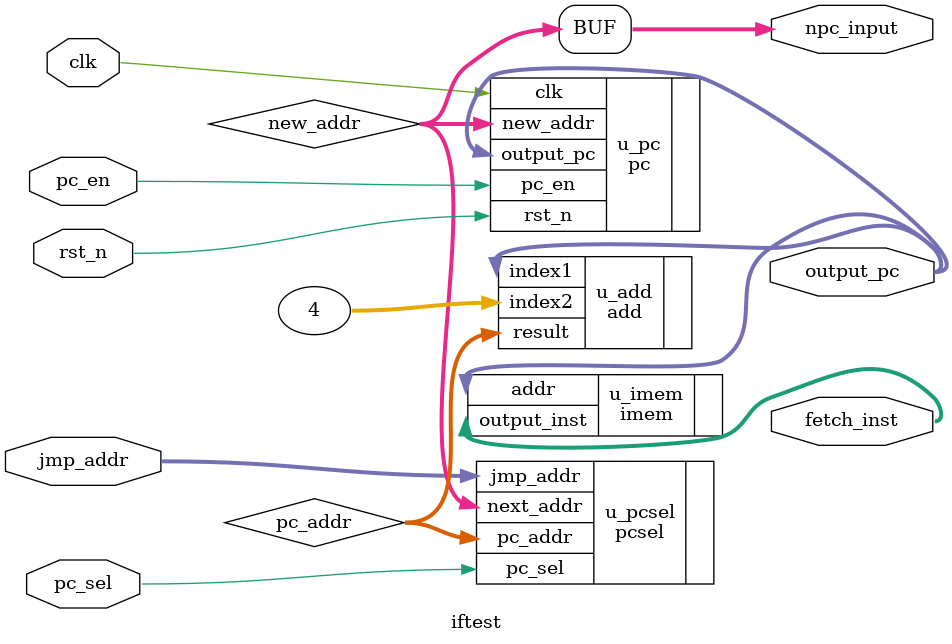
<source format=v>
`timescale 1ns / 1ps

module iftest(                          //fetch instruction test
    input           clk, rst_n, pc_sel, pc_en,
    input   [31: 0] jmp_addr,
    
    output  [31: 0] fetch_inst, npc_input, output_pc
);

    wire    [31: 0] new_addr;
    wire    [31: 0] output_inst;
    wire    [31: 0] pc_addr;
    wire    [31: 0] npc_addr;

    assign npc_input = new_addr;

    imem u_imem(                        //instruction memory
        .addr(output_pc),
        .output_inst(fetch_inst)
    );
    
    pc u_pc(                            //program count
        .new_addr(new_addr),
        .clk(clk),
        .rst_n(rst_n),
        .pc_en(pc_en),
        .output_pc(output_pc)
    );
    
    add u_add(
        .index1(output_pc),
        .index2(32'h00000004),
        .result(pc_addr)
    );

    pcsel u_pcsel(
        .jmp_addr(jmp_addr),
        .pc_addr(pc_addr),
        .pc_sel(pc_sel),
    
        .next_addr(new_addr)
    );
   
endmodule

</source>
